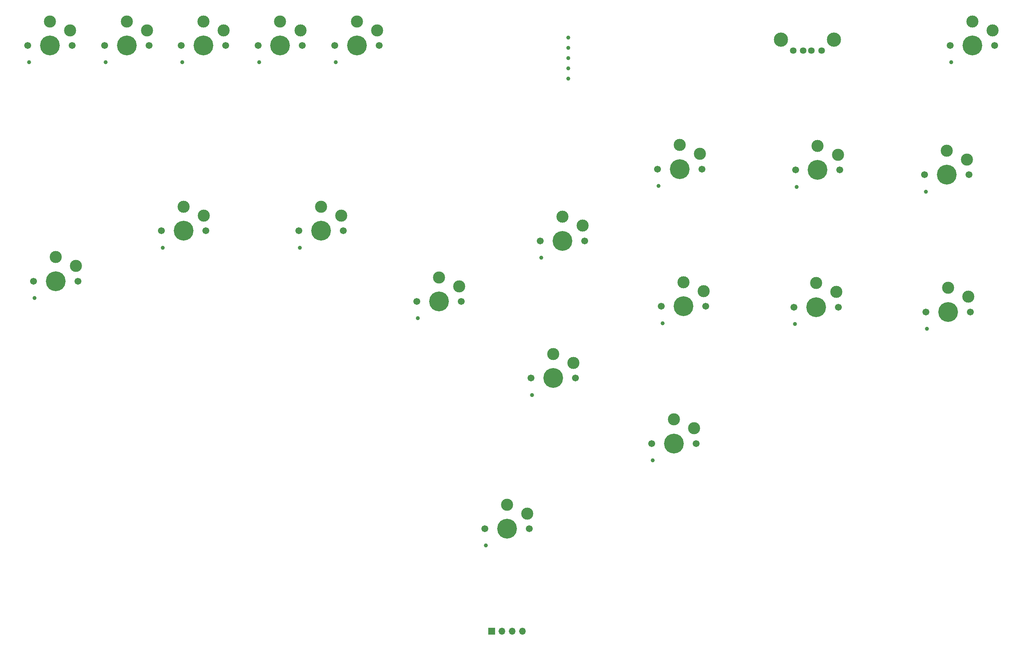
<source format=gts>
G04 #@! TF.GenerationSoftware,KiCad,Pcbnew,8.0.4*
G04 #@! TF.CreationDate,2024-10-27T13:40:52+07:00*
G04 #@! TF.ProjectId,ShinA4,5368696e-4134-42e6-9b69-6361645f7063,rev?*
G04 #@! TF.SameCoordinates,Original*
G04 #@! TF.FileFunction,Soldermask,Top*
G04 #@! TF.FilePolarity,Negative*
%FSLAX46Y46*%
G04 Gerber Fmt 4.6, Leading zero omitted, Abs format (unit mm)*
G04 Created by KiCad (PCBNEW 8.0.4) date 2024-10-27 13:40:52*
%MOMM*%
%LPD*%
G01*
G04 APERTURE LIST*
%ADD10C,1.701800*%
%ADD11C,3.000000*%
%ADD12C,4.900000*%
%ADD13C,0.990600*%
%ADD14C,1.000000*%
%ADD15C,1.632000*%
%ADD16C,3.520000*%
%ADD17R,1.700000X1.700000*%
%ADD18O,1.700000X1.700000*%
G04 APERTURE END LIST*
D10*
X-51700000Y92500000D03*
D11*
X-52200000Y96250000D03*
D12*
X-57200000Y92500000D03*
D11*
X-57200000Y98450000D03*
D13*
X-62420000Y88300000D03*
D10*
X-62700000Y92500000D03*
X-107300000Y34100000D03*
D11*
X-107800000Y37850000D03*
D12*
X-112800000Y34100000D03*
D11*
X-112800000Y40050000D03*
D13*
X-118020000Y29900000D03*
D10*
X-118300000Y34100000D03*
X113696000Y26474000D03*
D11*
X113196000Y30224000D03*
D12*
X108196000Y26474000D03*
D11*
X108196000Y32424000D03*
D13*
X102976000Y22274000D03*
D10*
X102696000Y26474000D03*
X-75600000Y46600000D03*
D11*
X-76100000Y50350000D03*
D12*
X-81100000Y46600000D03*
D11*
X-81100000Y52550000D03*
D13*
X-86320000Y42400000D03*
D10*
X-86600000Y46600000D03*
X4484000Y-27216000D03*
D11*
X3984000Y-23466000D03*
D12*
X-1016000Y-27216000D03*
D11*
X-1016000Y-21266000D03*
D13*
X-6236000Y-31416000D03*
D10*
X-6516000Y-27216000D03*
D14*
X14160000Y84270000D03*
X14160000Y91890000D03*
D10*
X15889000Y10082000D03*
D11*
X15389000Y13832000D03*
D12*
X10389000Y10082000D03*
D11*
X10389000Y16032000D03*
D13*
X5169000Y5882000D03*
D10*
X4889000Y10082000D03*
X45779000Y-6122000D03*
D11*
X45279000Y-2372000D03*
D12*
X40279000Y-6122000D03*
D11*
X40279000Y-172000D03*
D13*
X35059000Y-10322000D03*
D10*
X34779000Y-6122000D03*
X80991000Y27674000D03*
D11*
X80491000Y31424000D03*
D12*
X75491000Y27674000D03*
D11*
X75491000Y33624000D03*
D13*
X70271000Y23474000D03*
D10*
X69991000Y27674000D03*
D14*
X14160000Y86810000D03*
D15*
X76830000Y91220000D03*
X74330000Y91220000D03*
X72330000Y91220000D03*
X69830000Y91220000D03*
D16*
X79900000Y93930000D03*
X66760000Y93930000D03*
D14*
X14160000Y94430000D03*
D10*
X-70700000Y92500000D03*
D11*
X-71200000Y96250000D03*
D12*
X-76200000Y92500000D03*
D11*
X-76200000Y98450000D03*
D13*
X-81420000Y88300000D03*
D10*
X-81700000Y92500000D03*
X18194000Y44082000D03*
D11*
X17694000Y47832000D03*
D12*
X12694000Y44082000D03*
D11*
X12694000Y50032000D03*
D13*
X7474000Y39882000D03*
D10*
X7194000Y44082000D03*
X119700000Y92500000D03*
D11*
X119200000Y96250000D03*
D12*
X114200000Y92500000D03*
D11*
X114200000Y98450000D03*
D13*
X108980000Y88300000D03*
D10*
X108700000Y92500000D03*
X-41600000Y46600000D03*
D11*
X-42100000Y50350000D03*
D12*
X-47100000Y46600000D03*
D11*
X-47100000Y52550000D03*
D13*
X-52320000Y42400000D03*
D10*
X-52600000Y46600000D03*
X47196000Y61878000D03*
D11*
X46696000Y65628000D03*
D12*
X41696000Y61878000D03*
D11*
X41696000Y67828000D03*
D13*
X36476000Y57678000D03*
D10*
X36196000Y61878000D03*
X-32700000Y92500000D03*
D11*
X-33200000Y96250000D03*
D12*
X-38200000Y92500000D03*
D11*
X-38200000Y98450000D03*
D13*
X-43420000Y88300000D03*
D10*
X-43700000Y92500000D03*
X-89700000Y92500000D03*
D11*
X-90200000Y96250000D03*
D12*
X-95200000Y92500000D03*
D11*
X-95200000Y98450000D03*
D13*
X-100420000Y88300000D03*
D10*
X-100700000Y92500000D03*
X81396000Y61674000D03*
D11*
X80896000Y65424000D03*
D12*
X75896000Y61674000D03*
D11*
X75896000Y67624000D03*
D13*
X70676000Y57474000D03*
D10*
X70396000Y61674000D03*
D17*
X-4826000Y-52600000D03*
D18*
X-2286000Y-52600000D03*
X254000Y-52600000D03*
X2794000Y-52600000D03*
D10*
X48191000Y27878000D03*
D11*
X47691000Y31628000D03*
D12*
X42691000Y27878000D03*
D11*
X42691000Y33828000D03*
D13*
X37471000Y23678000D03*
D10*
X37191000Y27878000D03*
X-12408000Y29086000D03*
D11*
X-12908000Y32836000D03*
D12*
X-17908000Y29086000D03*
D11*
X-17908000Y35036000D03*
D13*
X-23128000Y24886000D03*
D10*
X-23408000Y29086000D03*
D14*
X14160000Y89350000D03*
D10*
X113396000Y60474000D03*
D11*
X112896000Y64224000D03*
D12*
X107896000Y60474000D03*
D11*
X107896000Y66424000D03*
D13*
X102676000Y56274000D03*
D10*
X102396000Y60474000D03*
X-108700000Y92500000D03*
D11*
X-109200000Y96250000D03*
D12*
X-114200000Y92500000D03*
D11*
X-114200000Y98450000D03*
D13*
X-119420000Y88300000D03*
D10*
X-119700000Y92500000D03*
M02*

</source>
